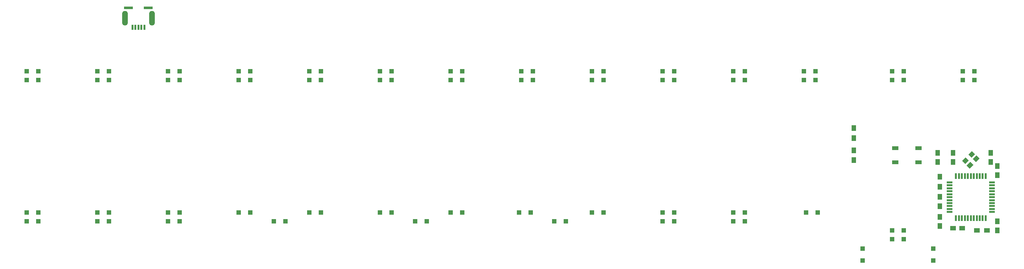
<source format=gbr>
G04 #@! TF.FileFunction,Paste,Bot*
%FSLAX46Y46*%
G04 Gerber Fmt 4.6, Leading zero omitted, Abs format (unit mm)*
G04 Created by KiCad (PCBNEW 4.0.7) date 07/11/18 03:04:03*
%MOMM*%
%LPD*%
G01*
G04 APERTURE LIST*
%ADD10C,0.100000*%
%ADD11R,1.250000X1.500000*%
%ADD12R,1.500000X1.250000*%
%ADD13R,1.200000X1.200000*%
%ADD14R,2.350000X0.800000*%
%ADD15R,0.500000X1.400000*%
%ADD16O,1.500000X4.000000*%
%ADD17R,1.300000X1.500000*%
%ADD18R,1.500000X1.300000*%
%ADD19R,1.700000X1.000000*%
%ADD20R,1.500000X0.550000*%
%ADD21R,0.550000X1.500000*%
G04 APERTURE END LIST*
D10*
D11*
X272057813Y-58995313D03*
X272057813Y-56495313D03*
X282178125Y-58995313D03*
X282178125Y-56495313D03*
X283964063Y-77450000D03*
X283964063Y-74950000D03*
X283964063Y-62567188D03*
X283964063Y-60067188D03*
X268485938Y-68401563D03*
X268485938Y-70901563D03*
X267890625Y-58995313D03*
X267890625Y-56495313D03*
D12*
X271998438Y-76795313D03*
X274498438Y-76795313D03*
D11*
X268485938Y-76259375D03*
X268485938Y-73759375D03*
D13*
X25387500Y-34528125D03*
X22237500Y-34528125D03*
X25387500Y-36909375D03*
X22237500Y-36909375D03*
X25387500Y-72628125D03*
X22237500Y-72628125D03*
X25387500Y-75009375D03*
X22237500Y-75009375D03*
X44437500Y-34528125D03*
X41287500Y-34528125D03*
X44437500Y-36909375D03*
X41287500Y-36909375D03*
X44437500Y-72628125D03*
X41287500Y-72628125D03*
X44437500Y-75009375D03*
X41287500Y-75009375D03*
X63487500Y-34528125D03*
X60337500Y-34528125D03*
X63487500Y-36909375D03*
X60337500Y-36909375D03*
X63487500Y-72628125D03*
X60337500Y-72628125D03*
X63487500Y-75009375D03*
X60337500Y-75009375D03*
X82537500Y-34528125D03*
X79387500Y-34528125D03*
X82537500Y-36909375D03*
X79387500Y-36909375D03*
X82537500Y-72628125D03*
X79387500Y-72628125D03*
X92062500Y-75009375D03*
X88912500Y-75009375D03*
X101587500Y-34528125D03*
X98437500Y-34528125D03*
X101587500Y-36909375D03*
X98437500Y-36909375D03*
X101587500Y-72628125D03*
X98437500Y-72628125D03*
X120637500Y-34528125D03*
X117487500Y-34528125D03*
X120637500Y-36909375D03*
X117487500Y-36909375D03*
X120637500Y-72628125D03*
X117487500Y-72628125D03*
X130162500Y-75009375D03*
X127012500Y-75009375D03*
X139687500Y-34528125D03*
X136537500Y-34528125D03*
X139687500Y-36909375D03*
X136537500Y-36909375D03*
X139687500Y-72628125D03*
X136537500Y-72628125D03*
X158737500Y-34528125D03*
X155587500Y-34528125D03*
X158737500Y-36909375D03*
X155587500Y-36909375D03*
X158142188Y-72628125D03*
X154992188Y-72628125D03*
X167667188Y-75009375D03*
X164517188Y-75009375D03*
X177787500Y-34528125D03*
X174637500Y-34528125D03*
X177787500Y-36909375D03*
X174637500Y-36909375D03*
X177787500Y-72628125D03*
X174637500Y-72628125D03*
X196837500Y-34528125D03*
X193687500Y-34528125D03*
X196837500Y-36909375D03*
X193687500Y-36909375D03*
X196837500Y-72628125D03*
X193687500Y-72628125D03*
X196837500Y-75009375D03*
X193687500Y-75009375D03*
X215887500Y-34528125D03*
X212737500Y-34528125D03*
X215887500Y-36909375D03*
X212737500Y-36909375D03*
X215887500Y-72628125D03*
X212737500Y-72628125D03*
X215887500Y-75009375D03*
X212737500Y-75009375D03*
X234937500Y-34528125D03*
X231787500Y-34528125D03*
X234937500Y-36909375D03*
X231787500Y-36909375D03*
X235532813Y-72628125D03*
X232382813Y-72628125D03*
X247650000Y-85514063D03*
X247650000Y-82364063D03*
X258750000Y-34528125D03*
X255600000Y-34528125D03*
X258750000Y-36909375D03*
X255600000Y-36909375D03*
X258750000Y-77390625D03*
X255600000Y-77390625D03*
X258750000Y-79771875D03*
X255600000Y-79771875D03*
X277800000Y-34528125D03*
X274650000Y-34528125D03*
X277800000Y-36909375D03*
X274650000Y-36909375D03*
X266700000Y-85514063D03*
X266700000Y-82364063D03*
D14*
X55062500Y-17421875D03*
X49712500Y-17421875D03*
D15*
X50787500Y-22621875D03*
X51587500Y-22621875D03*
X52387500Y-22621875D03*
X53187500Y-22621875D03*
X53987500Y-22621875D03*
D16*
X48737500Y-20221875D03*
X56037500Y-20221875D03*
D17*
X268485938Y-62943750D03*
X268485938Y-65643750D03*
D18*
X278446875Y-77390625D03*
X281146875Y-77390625D03*
D17*
X245268750Y-58500000D03*
X245268750Y-55800000D03*
X245268750Y-52546875D03*
X245268750Y-49846875D03*
D19*
X256406250Y-59050000D03*
X262706250Y-59050000D03*
X256406250Y-55250000D03*
X262706250Y-55250000D03*
D20*
X271120313Y-72460938D03*
X271120313Y-71660938D03*
X271120313Y-70860938D03*
X271120313Y-70060938D03*
X271120313Y-69260938D03*
X271120313Y-68460938D03*
X271120313Y-67660938D03*
X271120313Y-66860938D03*
X271120313Y-66060938D03*
X271120313Y-65260938D03*
X271120313Y-64460938D03*
D21*
X272820313Y-62760938D03*
X273620313Y-62760938D03*
X274420313Y-62760938D03*
X275220313Y-62760938D03*
X276020313Y-62760938D03*
X276820313Y-62760938D03*
X277620313Y-62760938D03*
X278420313Y-62760938D03*
X279220313Y-62760938D03*
X280020313Y-62760938D03*
X280820313Y-62760938D03*
D20*
X282520313Y-64460938D03*
X282520313Y-65260938D03*
X282520313Y-66060938D03*
X282520313Y-66860938D03*
X282520313Y-67660938D03*
X282520313Y-68460938D03*
X282520313Y-69260938D03*
X282520313Y-70060938D03*
X282520313Y-70860938D03*
X282520313Y-71660938D03*
X282520313Y-72460938D03*
D21*
X280820313Y-74160938D03*
X280020313Y-74160938D03*
X279220313Y-74160938D03*
X278420313Y-74160938D03*
X277620313Y-74160938D03*
X276820313Y-74160938D03*
X276020313Y-74160938D03*
X275220313Y-74160938D03*
X274420313Y-74160938D03*
X273620313Y-74160938D03*
X272820313Y-74160938D03*
D10*
G36*
X276502115Y-60709433D02*
X275653587Y-59860905D01*
X276643537Y-58870955D01*
X277492065Y-59719483D01*
X276502115Y-60709433D01*
X276502115Y-60709433D01*
G37*
G36*
X278199171Y-59012377D02*
X277350643Y-58163849D01*
X278340593Y-57173899D01*
X279189121Y-58022427D01*
X278199171Y-59012377D01*
X278199171Y-59012377D01*
G37*
G36*
X275300033Y-59507351D02*
X274451505Y-58658823D01*
X275441455Y-57668873D01*
X276289983Y-58517401D01*
X275300033Y-59507351D01*
X275300033Y-59507351D01*
G37*
G36*
X276997089Y-57810295D02*
X276148561Y-56961767D01*
X277138511Y-55971817D01*
X277987039Y-56820345D01*
X276997089Y-57810295D01*
X276997089Y-57810295D01*
G37*
M02*

</source>
